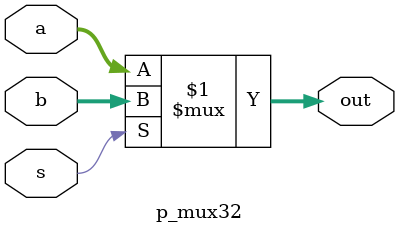
<source format=v>
module p_mux32(a,b,s,out);
		input [31:0]a, b;
		input s;
		output [31:0]out;
		
		assign out[31:0] = s ? b[31:0]: a[31:0];
endmodule
</source>
